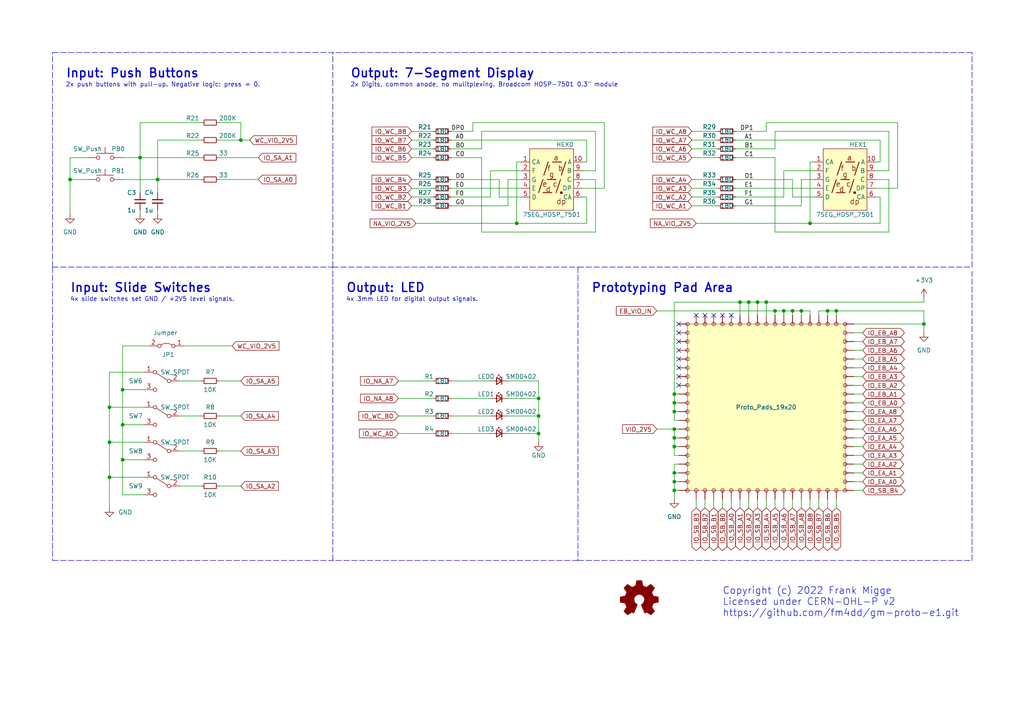
<source format=kicad_sch>
(kicad_sch (version 20211123) (generator eeschema)
  (paper "A4")
  (title_block (title "GateMate E1 Proto Board - Input Output Signals") (date "2022-09-04"))
  (lib_symbols
    (symbol "Device:C_Small" (pin_numbers hide) (pin_names (offset 0.254) hide)
      (property "Reference" "C" (at 0.254 1.778 0))
      (property "Value" "C_Small" (at 0.254 -2.032 0))
      (symbol "C_Small_1_1"
        (pin passive line (at 0 2.54 270) (length 2.032) (name "~") (number "1"))
        (pin passive line (at 0 -2.54 90) (length 2.032) (name "~") (number "2"))
      )
    )
    (symbol "Device:LED_Small" (pin_numbers hide) (pin_names (offset 0.254) hide)
      (property "Reference" "D" (at -1.27 3.175 0))
      (property "Value" "LED_Small" (at -4.445 -2.54 0))
      (symbol "LED_Small_1_1"
        (pin passive line (at -2.54 0 0) (length 1.778) (name "K") (number "1"))
        (pin passive line (at 2.54 0 180) (length 1.778) (name "A") (number "2"))
      )
    )
    (symbol "Device:R_Small" (pin_numbers hide) (pin_names (offset 0.254) hide)
      (property "Reference" "R" (at 0.762 0.508 0))
      (property "Value" "R_Small" (at 0.762 -1.016 0))
      (symbol "R_Small_1_1"
        (pin passive line (at 0 2.54 270) (length 0.762) (name "~") (number "1"))
        (pin passive line (at 0 -2.54 90) (length 0.762) (name "~") (number "2"))
      )
    )
    (symbol "FM4DD:7SEG_HDSP_7501"
      (property "Reference" "HEX" (at 3.81 10.16 0))
      (property "Value" "7SEG_HDSP_7501" (at 0 -15.24 0))
      (symbol "7SEG_HDSP_7501_0_0"
        (text "a" (at 1.27 6.35 0) (effects (font (size 1.524 1.524))))
        (text "b" (at 2.54 3.3 0) (effects (font (size 1.524 1.524))))
        (text "c" (at 1 -1.27 0) (effects (font (size 1.524 1.524))))
        (text "d" (at -1 -2.794 0) (effects (font (size 1.524 1.524))))
        (text "dp" (at 2.794 -6.35 0) (effects (font (size 1.524 1.524))))
        (text "e" (at -2 -1.27 0) (effects (font (size 1.524 1.524))))
        (text "f" (at -0.8 3.3 0) (effects (font (size 1.524 1.524))))
        (text "g" (at 0 1.524 0) (effects (font (size 1.524 1.524))))
      )
      (symbol "7SEG_HDSP_7501_1_1"
        (pin input line (at -8.89 5.08 0) (length 2.54) (name "CA") (number "1"))
        (pin input line (at 8.89 5.08 180) (length 2.54) (name "A") (number "10"))
        (pin input line (at -8.89 2.54 0) (length 2.54) (name "F") (number "2"))
        (pin input line (at -8.89 0 0) (length 2.54) (name "G") (number "3"))
        (pin input line (at -8.89 -2.54 0) (length 2.54) (name "E") (number "4"))
        (pin input line (at -8.89 -5.08 0) (length 2.54) (name "D") (number "5"))
        (pin input line (at 8.89 -5.08 180) (length 2.54) (name "CA") (number "6"))
        (pin input line (at 8.89 -2.54 180) (length 2.54) (name "DP") (number "7"))
        (pin input line (at 8.89 0 180) (length 2.54) (name "C") (number "8"))
        (pin input line (at 8.89 2.54 180) (length 2.54) (name "B") (number "9"))
      )
    )
    (symbol "FM4DD:Proto_Pads_19x20" (pin_numbers hide) (pin_names (offset 0) hide)
      (property "Value" "Proto_Pads_19x20" (at -1.778 -9.144 0))
      (symbol "Proto_Pads_19x20_1_1"
        (pin free line (at 25.4 -24.13 180) (length 2.54) (name "p1") (number "1"))
        (pin free line (at 25.4 -1.27 180) (length 2.54) (name "p10") (number "10"))
        (pin free line (at 25.4 1.27 180) (length 2.54) (name "p11") (number "11"))
        (pin free line (at 25.4 3.81 180) (length 2.54) (name "p12") (number "12"))
        (pin free line (at 25.4 6.35 180) (length 2.54) (name "p13") (number "13"))
        (pin free line (at 25.4 8.89 180) (length 2.54) (name "p14") (number "14"))
        (pin free line (at 25.4 11.43 180) (length 2.54) (name "p15") (number "15"))
        (pin free line (at 25.4 13.97 180) (length 2.54) (name "p16") (number "16"))
        (pin free line (at 25.4 16.51 180) (length 2.54) (name "p17") (number "17"))
        (pin free line (at 25.4 19.05 180) (length 2.54) (name "p18") (number "18"))
        (pin free line (at 25.4 21.59 180) (length 2.54) (name "p19") (number "19"))
        (pin free line (at 25.4 -21.59 180) (length 2.54) (name "p2") (number "2"))
        (pin free line (at 25.4 24.13 180) (length 2.54) (name "p20") (number "20"))
        (pin free line (at 20.32 26.67 270) (length 2.54) (name "p21") (number "21"))
        (pin free line (at 17.78 26.67 270) (length 2.54) (name "p22") (number "22"))
        (pin free line (at 15.24 26.67 270) (length 2.54) (name "p23") (number "23"))
        (pin free line (at 12.7 26.67 270) (length 2.54) (name "p24") (number "24"))
        (pin free line (at 10.16 26.67 270) (length 2.54) (name "p25") (number "25"))
        (pin free line (at 7.62 26.67 270) (length 2.54) (name "p26") (number "26"))
        (pin free line (at 5.08 26.67 270) (length 2.54) (name "p27") (number "27"))
        (pin free line (at 2.54 26.67 270) (length 2.54) (name "p28") (number "28"))
        (pin free line (at 0 26.67 270) (length 2.54) (name "p29") (number "29"))
        (pin free line (at 25.4 -19.05 180) (length 2.54) (name "p3") (number "3"))
        (pin free line (at -2.54 26.67 270) (length 2.54) (name "p30") (number "30"))
        (pin free line (at -5.08 26.67 270) (length 2.54) (name "p31") (number "31"))
        (pin free line (at -7.62 26.67 270) (length 2.54) (name "p32") (number "32"))
        (pin free line (at -10.16 26.67 270) (length 2.54) (name "p33") (number "33"))
        (pin free line (at -12.7 26.67 270) (length 2.54) (name "p34") (number "34"))
        (pin free line (at -15.24 26.67 270) (length 2.54) (name "p35") (number "35"))
        (pin free line (at -17.78 26.67 270) (length 2.54) (name "p36") (number "36"))
        (pin free line (at -20.32 26.67 270) (length 2.54) (name "p37") (number "37"))
        (pin free line (at -25.4 24.13 0) (length 2.54) (name "p38") (number "38"))
        (pin free line (at -25.4 21.59 0) (length 2.54) (name "p39") (number "39"))
        (pin free line (at 25.4 -16.51 180) (length 2.54) (name "p4") (number "4"))
        (pin free line (at -25.4 19.05 0) (length 2.54) (name "p40") (number "40"))
        (pin free line (at -25.4 16.51 0) (length 2.54) (name "p41") (number "41"))
        (pin free line (at -25.4 13.97 0) (length 2.54) (name "p42") (number "42"))
        (pin free line (at -25.4 11.43 0) (length 2.54) (name "p43") (number "43"))
        (pin free line (at -25.4 8.89 0) (length 2.54) (name "p44") (number "44"))
        (pin free line (at -25.4 6.35 0) (length 2.54) (name "p45") (number "45"))
        (pin free line (at -25.4 3.81 0) (length 2.54) (name "p46") (number "46"))
        (pin free line (at -25.4 1.27 0) (length 2.54) (name "p47") (number "47"))
        (pin free line (at -25.4 -1.27 0) (length 2.54) (name "p48") (number "48"))
        (pin free line (at -25.4 -3.81 0) (length 2.54) (name "p49") (number "49"))
        (pin free line (at 25.4 -13.97 180) (length 2.54) (name "p5") (number "5"))
        (pin free line (at -25.4 -6.35 0) (length 2.54) (name "p50") (number "50"))
        (pin free line (at -25.4 -8.89 0) (length 2.54) (name "p51") (number "51"))
        (pin free line (at -25.4 -11.43 0) (length 2.54) (name "p52") (number "52"))
        (pin free line (at -25.4 -13.97 0) (length 2.54) (name "p53") (number "53"))
        (pin free line (at -25.4 -16.51 0) (length 2.54) (name "p54") (number "54"))
        (pin free line (at -25.4 -19.05 0) (length 2.54) (name "p55") (number "55"))
        (pin free line (at -25.4 -21.59 0) (length 2.54) (name "p56") (number "56"))
        (pin free line (at -25.4 -24.13 0) (length 2.54) (name "p57") (number "57"))
        (pin free line (at -20.32 -26.67 90) (length 2.54) (name "p58") (number "58"))
        (pin free line (at -17.78 -26.67 90) (length 2.54) (name "p59") (number "59"))
        (pin free line (at 25.4 -11.43 180) (length 2.54) (name "p6") (number "6"))
        (pin free line (at -15.24 -26.67 90) (length 2.54) (name "p60") (number "60"))
        (pin free line (at -12.7 -26.67 90) (length 2.54) (name "p61") (number "61"))
        (pin free line (at -10.16 -26.67 90) (length 2.54) (name "p62") (number "62"))
        (pin free line (at -7.62 -26.67 90) (length 2.54) (name "p63") (number "63"))
        (pin free line (at -5.08 -26.67 90) (length 2.54) (name "p64") (number "64"))
        (pin free line (at -2.54 -26.67 90) (length 2.54) (name "p65") (number "65"))
        (pin free line (at 0 -26.67 90) (length 2.54) (name "p66") (number "66"))
        (pin free line (at 2.54 -26.67 90) (length 2.54) (name "p67") (number "67"))
        (pin free line (at 5.08 -26.67 90) (length 2.54) (name "p68") (number "68"))
        (pin free line (at 7.62 -26.67 90) (length 2.54) (name "p69") (number "69"))
        (pin free line (at 25.4 -8.89 180) (length 2.54) (name "p7") (number "7"))
        (pin free line (at 10.16 -26.67 90) (length 2.54) (name "p70") (number "70"))
        (pin free line (at 12.7 -26.67 90) (length 2.54) (name "p71") (number "71"))
        (pin free line (at 15.24 -26.67 90) (length 2.54) (name "p72") (number "72"))
        (pin free line (at 17.78 -26.67 90) (length 2.54) (name "p73") (number "73"))
        (pin free line (at 20.32 -26.67 90) (length 2.54) (name "p74") (number "74"))
        (pin free line (at 25.4 -6.35 180) (length 2.54) (name "p8") (number "8"))
        (pin free line (at 25.4 -3.81 180) (length 2.54) (name "p9") (number "9"))
      )
    )
    (symbol "Graphic:Logo_Open_Hardware_Small" (pin_names (offset 1.016)))
    (symbol "Jumper:Jumper_2_Bridged" (pin_names (offset 0) hide)
      (property "Reference" "JP" (at 0 1.905 0))
      (property "Value" "Jumper_2_Bridged" (at 0 -2.54 0))
      (symbol "Jumper_2_Bridged_1_1"
        (pin passive line (at -5.08 0 0) (length 2.54) (name "A") (number "1"))
        (pin passive line (at 5.08 0 180) (length 2.54) (name "B") (number "2"))
      )
    )
    (symbol "Switch:SW_Push" (pin_numbers hide) (pin_names (offset 1.016) hide)
      (property "Reference" "SW" (at 1.27 2.54 0))
      (property "Value" "SW_Push" (at 0 -1.524 0))
      (symbol "SW_Push_0_1"
        (pin passive line (at -5.08 0 0) (length 2.54) (name "1") (number "1"))
        (pin passive line (at 5.08 0 180) (length 2.54) (name "2") (number "2"))
      )
    )
    (symbol "Switch:SW_SPDT" (pin_names (offset 0) hide)
      (property "Reference" "SW" (at 0 4.318 0))
      (property "Value" "SW_SPDT" (at 0 -5.08 0))
      (symbol "SW_SPDT_1_1"
        (pin passive line (at 5.08 2.54 180) (length 2.54) (name "A") (number "1"))
        (pin passive line (at -5.08 0 0) (length 2.54) (name "B") (number "2"))
        (pin passive line (at 5.08 -2.54 180) (length 2.54) (name "C") (number "3"))
      )
    )
    (symbol "power:+3V3" (power) (pin_names (offset 0))
      (property "Value" "+3V3" (at 0 3.556 0))
      (symbol "+3V3_1_1"
        (pin power_in line (at 0 0 90) (length 0) hide (name "+3V3") (number "1"))
      )
    )
    (symbol "power:GND" (power) (pin_names (offset 0))
      (property "Value" "GND" (at 0 -3.81 0))
      (symbol "GND_1_1"
        (pin power_in line (at 0 0 270) (length 0) hide (name "GND") (number "1"))
      )
    )
  )
  (junction (at 31.75 128.27))
  (junction (at 267.97 93.98))
  (junction (at 214.63 87.63))
  (junction (at 195.58 116.84))
  (junction (at 227.33 90.17))
  (junction (at 149.86 64.77))
  (junction (at 195.58 124.46))
  (junction (at 31.75 118.11))
  (junction (at 232.41 90.17))
  (junction (at 229.87 90.17))
  (junction (at 224.79 90.17))
  (junction (at 195.58 139.7))
  (junction (at 156.21 125.73))
  (junction (at 242.57 90.17))
  (junction (at 31.75 138.43))
  (junction (at 195.58 119.38))
  (junction (at 45.72 52.07))
  (junction (at 35.56 113.03))
  (junction (at 195.58 127))
  (junction (at 195.58 137.16))
  (junction (at 20.32 52.07))
  (junction (at 35.56 123.19))
  (junction (at 234.95 64.77))
  (junction (at 69.85 40.64))
  (junction (at 240.03 90.17))
  (junction (at 40.64 45.72))
  (junction (at 156.21 115.57))
  (junction (at 217.17 87.63))
  (junction (at 195.58 142.24))
  (junction (at 156.21 120.65))
  (junction (at 222.25 87.63))
  (junction (at 35.56 133.35))
  (junction (at 195.58 129.54))
  (junction (at 219.71 87.63))
  (junction (at 195.58 114.3))
  (no_connect (at 196.85 104.14))
  (no_connect (at 196.85 111.76))
  (no_connect (at 196.85 109.22))
  (no_connect (at 196.85 106.68))
  (no_connect (at 196.85 101.6))
  (no_connect (at 196.85 99.06))
  (no_connect (at 196.85 96.52))
  (no_connect (at 196.85 93.98))
  (no_connect (at 201.93 91.44))
  (no_connect (at 204.47 91.44))
  (no_connect (at 207.01 91.44))
  (no_connect (at 209.55 91.44))
  (no_connect (at 212.09 91.44))
  (wire (pts (xy 247.65 116.84) (xy 250.19 116.84)))
  (wire (pts (xy 137.16 35.56) (xy 175.26 35.56)))
  (wire (pts (xy 31.75 107.95) (xy 41.91 107.95)))
  (wire (pts (xy 234.95 144.78) (xy 234.95 147.32)))
  (wire (pts (xy 217.17 144.78) (xy 217.17 147.32)))
  (wire (pts (xy 170.18 57.15) (xy 170.18 64.77)))
  (wire (pts (xy 227.33 57.15) (xy 227.33 49.53)))
  (wire (pts (xy 196.85 132.08) (xy 195.58 132.08)))
  (wire (pts (xy 219.71 87.63) (xy 222.25 87.63)))
  (wire (pts (xy 257.81 52.07) (xy 254 52.07)))
  (wire (pts (xy 35.56 45.72) (xy 40.64 45.72)))
  (wire (pts (xy 45.72 40.64) (xy 58.42 40.64)))
  (wire (pts (xy 170.18 64.77) (xy 149.86 64.77)))
  (wire (pts (xy 201.93 64.77) (xy 234.95 64.77)))
  (polyline (pts (xy 167.64 162.56) (xy 281.94 162.56)))
  (wire (pts (xy 63.5 35.56) (xy 69.85 35.56)))
  (wire (pts (xy 240.03 90.17) (xy 240.03 91.44)))
  (wire (pts (xy 247.65 119.38) (xy 250.19 119.38)))
  (wire (pts (xy 213.36 54.61) (xy 236.22 54.61)))
  (wire (pts (xy 147.32 52.07) (xy 147.32 59.69)))
  (wire (pts (xy 119.38 52.07) (xy 125.73 52.07)))
  (wire (pts (xy 119.38 45.72) (xy 125.73 45.72)))
  (wire (pts (xy 247.65 106.68) (xy 250.19 106.68)))
  (wire (pts (xy 247.65 114.3) (xy 250.19 114.3)))
  (wire (pts (xy 232.41 144.78) (xy 232.41 147.32)))
  (wire (pts (xy 115.57 120.65) (xy 125.73 120.65)))
  (wire (pts (xy 147.32 125.73) (xy 156.21 125.73)))
  (wire (pts (xy 195.58 142.24) (xy 196.85 142.24)))
  (wire (pts (xy 240.03 144.78) (xy 240.03 147.32)))
  (wire (pts (xy 229.87 57.15) (xy 236.22 57.15)))
  (polyline (pts (xy 96.52 77.47) (xy 167.64 77.47)))
  (wire (pts (xy 224.79 90.17) (xy 224.79 91.44)))
  (wire (pts (xy 130.81 45.72) (xy 139.7 45.72)))
  (wire (pts (xy 224.79 144.78) (xy 224.79 147.32)))
  (wire (pts (xy 229.87 90.17) (xy 232.41 90.17)))
  (wire (pts (xy 190.5 124.46) (xy 195.58 124.46)))
  (wire (pts (xy 35.56 143.51) (xy 41.91 143.51)))
  (wire (pts (xy 213.36 45.72) (xy 224.79 45.72)))
  (wire (pts (xy 130.81 115.57) (xy 142.24 115.57)))
  (wire (pts (xy 195.58 114.3) (xy 195.58 87.63)))
  (wire (pts (xy 119.38 38.1) (xy 125.73 38.1)))
  (wire (pts (xy 196.85 134.62) (xy 195.58 134.62)))
  (wire (pts (xy 195.58 124.46) (xy 196.85 124.46)))
  (wire (pts (xy 31.75 118.11) (xy 41.91 118.11)))
  (wire (pts (xy 172.72 38.1) (xy 139.7 38.1)))
  (polyline (pts (xy 15.24 77.47) (xy 15.24 15.24)))
  (wire (pts (xy 139.7 38.1) (xy 139.7 43.18)))
  (wire (pts (xy 130.81 120.65) (xy 142.24 120.65)))
  (wire (pts (xy 195.58 139.7) (xy 195.58 142.24)))
  (wire (pts (xy 232.41 59.69) (xy 213.36 59.69)))
  (wire (pts (xy 255.27 46.99) (xy 255.27 40.64)))
  (wire (pts (xy 227.33 90.17) (xy 227.33 91.44)))
  (wire (pts (xy 31.75 138.43) (xy 31.75 147.32)))
  (wire (pts (xy 119.38 43.18) (xy 125.73 43.18)))
  (wire (pts (xy 240.03 90.17) (xy 242.57 90.17)))
  (wire (pts (xy 156.21 110.49) (xy 156.21 115.57)))
  (wire (pts (xy 267.97 96.52) (xy 267.97 93.98)))
  (wire (pts (xy 63.5 110.49) (xy 69.85 110.49)))
  (wire (pts (xy 254 57.15) (xy 255.27 57.15)))
  (wire (pts (xy 229.87 144.78) (xy 229.87 147.32)))
  (wire (pts (xy 237.49 90.17) (xy 237.49 91.44)))
  (wire (pts (xy 115.57 110.49) (xy 125.73 110.49)))
  (wire (pts (xy 35.56 113.03) (xy 35.56 123.19)))
  (wire (pts (xy 204.47 144.78) (xy 204.47 147.32)))
  (wire (pts (xy 267.97 90.17) (xy 267.97 93.98)))
  (wire (pts (xy 195.58 137.16) (xy 195.58 139.7)))
  (wire (pts (xy 227.33 90.17) (xy 229.87 90.17)))
  (wire (pts (xy 35.56 123.19) (xy 41.91 123.19)))
  (wire (pts (xy 45.72 40.64) (xy 45.72 52.07)))
  (wire (pts (xy 58.42 130.81) (xy 52.07 130.81)))
  (polyline (pts (xy 167.64 77.47) (xy 281.94 77.47)))
  (polyline (pts (xy 15.24 77.47) (xy 96.52 77.47)))
  (wire (pts (xy 142.24 49.53) (xy 151.13 49.53)))
  (wire (pts (xy 20.32 45.72) (xy 20.32 52.07)))
  (wire (pts (xy 31.75 128.27) (xy 41.91 128.27)))
  (wire (pts (xy 207.01 144.78) (xy 207.01 147.32)))
  (wire (pts (xy 168.91 46.99) (xy 170.18 46.99)))
  (wire (pts (xy 168.91 49.53) (xy 172.72 49.53)))
  (wire (pts (xy 119.38 40.64) (xy 125.73 40.64)))
  (wire (pts (xy 63.5 45.72) (xy 74.93 45.72)))
  (wire (pts (xy 172.72 67.31) (xy 172.72 52.07)))
  (wire (pts (xy 222.25 144.78) (xy 222.25 147.32)))
  (wire (pts (xy 147.32 110.49) (xy 156.21 110.49)))
  (wire (pts (xy 195.58 129.54) (xy 195.58 127)))
  (wire (pts (xy 147.32 120.65) (xy 156.21 120.65)))
  (wire (pts (xy 267.97 87.63) (xy 222.25 87.63)))
  (wire (pts (xy 139.7 43.18) (xy 130.81 43.18)))
  (wire (pts (xy 257.81 67.31) (xy 257.81 52.07)))
  (wire (pts (xy 58.42 110.49) (xy 52.07 110.49)))
  (wire (pts (xy 119.38 59.69) (xy 125.73 59.69)))
  (wire (pts (xy 200.66 59.69) (xy 208.28 59.69)))
  (polyline (pts (xy 15.24 162.56) (xy 96.52 162.56)))
  (wire (pts (xy 137.16 38.1) (xy 137.16 35.56)))
  (wire (pts (xy 213.36 38.1) (xy 222.25 38.1)))
  (wire (pts (xy 144.78 57.15) (xy 151.13 57.15)))
  (wire (pts (xy 257.81 38.1) (xy 224.79 38.1)))
  (wire (pts (xy 25.4 45.72) (xy 20.32 45.72)))
  (wire (pts (xy 31.75 128.27) (xy 31.75 138.43)))
  (wire (pts (xy 139.7 45.72) (xy 139.7 67.31)))
  (wire (pts (xy 212.09 144.78) (xy 212.09 147.32)))
  (wire (pts (xy 149.86 64.77) (xy 149.86 46.99)))
  (wire (pts (xy 227.33 144.78) (xy 227.33 147.32)))
  (wire (pts (xy 35.56 52.07) (xy 45.72 52.07)))
  (wire (pts (xy 69.85 40.64) (xy 72.39 40.64)))
  (wire (pts (xy 200.66 57.15) (xy 208.28 57.15)))
  (wire (pts (xy 247.65 124.46) (xy 250.19 124.46)))
  (wire (pts (xy 35.56 123.19) (xy 35.56 133.35)))
  (wire (pts (xy 130.81 125.73) (xy 142.24 125.73)))
  (wire (pts (xy 156.21 125.73) (xy 156.21 128.27)))
  (wire (pts (xy 214.63 144.78) (xy 214.63 147.32)))
  (wire (pts (xy 237.49 144.78) (xy 237.49 147.32)))
  (polyline (pts (xy 281.94 77.47) (xy 281.94 15.24)))
  (wire (pts (xy 213.36 57.15) (xy 227.33 57.15)))
  (wire (pts (xy 242.57 90.17) (xy 242.57 91.44)))
  (wire (pts (xy 156.21 115.57) (xy 156.21 120.65)))
  (wire (pts (xy 222.25 35.56) (xy 260.35 35.56)))
  (wire (pts (xy 35.56 133.35) (xy 35.56 143.51)))
  (wire (pts (xy 224.79 45.72) (xy 224.79 67.31)))
  (polyline (pts (xy 167.64 162.56) (xy 167.64 162.56)))
  (wire (pts (xy 156.21 120.65) (xy 156.21 125.73)))
  (wire (pts (xy 247.65 127) (xy 250.19 127)))
  (wire (pts (xy 232.41 52.07) (xy 232.41 59.69)))
  (wire (pts (xy 195.58 134.62) (xy 195.58 137.16)))
  (wire (pts (xy 247.65 132.08) (xy 250.19 132.08)))
  (wire (pts (xy 175.26 54.61) (xy 168.91 54.61)))
  (polyline (pts (xy 167.64 162.56) (xy 96.52 162.56)))
  (wire (pts (xy 236.22 52.07) (xy 232.41 52.07)))
  (wire (pts (xy 247.65 109.22) (xy 250.19 109.22)))
  (wire (pts (xy 247.65 121.92) (xy 250.19 121.92)))
  (wire (pts (xy 214.63 91.44) (xy 214.63 87.63)))
  (wire (pts (xy 40.64 35.56) (xy 40.64 45.72)))
  (wire (pts (xy 234.95 64.77) (xy 234.95 46.99)))
  (wire (pts (xy 115.57 125.73) (xy 125.73 125.73)))
  (wire (pts (xy 35.56 100.33) (xy 43.18 100.33)))
  (wire (pts (xy 120.65 64.77) (xy 149.86 64.77)))
  (wire (pts (xy 31.75 107.95) (xy 31.75 118.11)))
  (wire (pts (xy 35.56 113.03) (xy 41.91 113.03)))
  (wire (pts (xy 175.26 35.56) (xy 175.26 54.61)))
  (wire (pts (xy 45.72 52.07) (xy 45.72 55.88)))
  (wire (pts (xy 217.17 91.44) (xy 217.17 87.63)))
  (wire (pts (xy 172.72 52.07) (xy 168.91 52.07)))
  (wire (pts (xy 195.58 87.63) (xy 214.63 87.63)))
  (wire (pts (xy 40.64 60.96) (xy 40.64 62.23)))
  (wire (pts (xy 130.81 52.07) (xy 144.78 52.07)))
  (wire (pts (xy 63.5 120.65) (xy 69.85 120.65)))
  (polyline (pts (xy 96.52 77.47) (xy 96.52 15.24)))
  (wire (pts (xy 195.58 127) (xy 195.58 124.46)))
  (wire (pts (xy 236.22 46.99) (xy 234.95 46.99)))
  (wire (pts (xy 219.71 91.44) (xy 219.71 87.63)))
  (wire (pts (xy 247.65 96.52) (xy 250.19 96.52)))
  (wire (pts (xy 195.58 114.3) (xy 196.85 114.3)))
  (wire (pts (xy 200.66 38.1) (xy 208.28 38.1)))
  (wire (pts (xy 195.58 116.84) (xy 195.58 119.38)))
  (wire (pts (xy 254 49.53) (xy 257.81 49.53)))
  (wire (pts (xy 242.57 144.78) (xy 242.57 147.32)))
  (wire (pts (xy 151.13 46.99) (xy 149.86 46.99)))
  (wire (pts (xy 242.57 90.17) (xy 267.97 90.17)))
  (wire (pts (xy 139.7 67.31) (xy 172.72 67.31)))
  (wire (pts (xy 247.65 142.24) (xy 250.19 142.24)))
  (wire (pts (xy 195.58 121.92) (xy 196.85 121.92)))
  (wire (pts (xy 247.65 101.6) (xy 250.19 101.6)))
  (wire (pts (xy 45.72 52.07) (xy 58.42 52.07)))
  (wire (pts (xy 115.57 115.57) (xy 125.73 115.57)))
  (wire (pts (xy 247.65 134.62) (xy 250.19 134.62)))
  (wire (pts (xy 201.93 144.78) (xy 201.93 147.32)))
  (wire (pts (xy 63.5 40.64) (xy 69.85 40.64)))
  (wire (pts (xy 237.49 90.17) (xy 240.03 90.17)))
  (wire (pts (xy 31.75 138.43) (xy 41.91 138.43)))
  (wire (pts (xy 170.18 46.99) (xy 170.18 40.64)))
  (wire (pts (xy 119.38 54.61) (xy 125.73 54.61)))
  (wire (pts (xy 224.79 43.18) (xy 213.36 43.18)))
  (wire (pts (xy 195.58 137.16) (xy 196.85 137.16)))
  (wire (pts (xy 195.58 116.84) (xy 196.85 116.84)))
  (wire (pts (xy 130.81 40.64) (xy 170.18 40.64)))
  (wire (pts (xy 147.32 59.69) (xy 130.81 59.69)))
  (wire (pts (xy 40.64 45.72) (xy 58.42 45.72)))
  (wire (pts (xy 217.17 87.63) (xy 219.71 87.63)))
  (wire (pts (xy 267.97 86.36) (xy 267.97 87.63)))
  (wire (pts (xy 190.5 90.17) (xy 224.79 90.17)))
  (wire (pts (xy 63.5 52.07) (xy 74.93 52.07)))
  (wire (pts (xy 232.41 90.17) (xy 234.95 90.17)))
  (wire (pts (xy 219.71 144.78) (xy 219.71 147.32)))
  (wire (pts (xy 229.87 52.07) (xy 229.87 57.15)))
  (wire (pts (xy 195.58 119.38) (xy 196.85 119.38)))
  (wire (pts (xy 35.56 133.35) (xy 41.91 133.35)))
  (polyline (pts (xy 281.94 162.56) (xy 281.94 78.74)))
  (wire (pts (xy 209.55 144.78) (xy 209.55 147.32)))
  (wire (pts (xy 234.95 91.44) (xy 234.95 90.17)))
  (wire (pts (xy 195.58 142.24) (xy 195.58 144.78)))
  (wire (pts (xy 130.81 110.49) (xy 142.24 110.49)))
  (wire (pts (xy 247.65 137.16) (xy 250.19 137.16)))
  (wire (pts (xy 232.41 90.17) (xy 232.41 91.44)))
  (wire (pts (xy 200.66 54.61) (xy 208.28 54.61)))
  (wire (pts (xy 222.25 38.1) (xy 222.25 35.56)))
  (wire (pts (xy 168.91 57.15) (xy 170.18 57.15)))
  (wire (pts (xy 195.58 119.38) (xy 195.58 121.92)))
  (wire (pts (xy 130.81 54.61) (xy 151.13 54.61)))
  (wire (pts (xy 255.27 57.15) (xy 255.27 64.77)))
  (wire (pts (xy 130.81 57.15) (xy 142.24 57.15)))
  (wire (pts (xy 255.27 64.77) (xy 234.95 64.77)))
  (wire (pts (xy 40.64 45.72) (xy 40.64 55.88)))
  (wire (pts (xy 224.79 67.31) (xy 257.81 67.31)))
  (wire (pts (xy 247.65 129.54) (xy 250.19 129.54)))
  (wire (pts (xy 195.58 116.84) (xy 195.58 114.3)))
  (wire (pts (xy 227.33 49.53) (xy 236.22 49.53)))
  (polyline (pts (xy 281.94 15.24) (xy 96.52 15.24)))
  (wire (pts (xy 151.13 52.07) (xy 147.32 52.07)))
  (wire (pts (xy 229.87 90.17) (xy 229.87 91.44)))
  (wire (pts (xy 260.35 54.61) (xy 254 54.61)))
  (wire (pts (xy 200.66 43.18) (xy 208.28 43.18)))
  (wire (pts (xy 119.38 57.15) (xy 125.73 57.15)))
  (wire (pts (xy 31.75 118.11) (xy 31.75 128.27)))
  (wire (pts (xy 195.58 132.08) (xy 195.58 129.54)))
  (wire (pts (xy 200.66 45.72) (xy 208.28 45.72)))
  (wire (pts (xy 214.63 87.63) (xy 217.17 87.63)))
  (polyline (pts (xy 15.24 77.47) (xy 15.24 162.56)))
  (wire (pts (xy 58.42 140.97) (xy 52.07 140.97)))
  (wire (pts (xy 247.65 99.06) (xy 250.19 99.06)))
  (wire (pts (xy 144.78 52.07) (xy 144.78 57.15)))
  (wire (pts (xy 53.34 100.33) (xy 67.31 100.33)))
  (wire (pts (xy 224.79 90.17) (xy 227.33 90.17)))
  (polyline (pts (xy 96.52 162.56) (xy 96.52 77.47)))
  (wire (pts (xy 200.66 40.64) (xy 208.28 40.64)))
  (wire (pts (xy 247.65 111.76) (xy 250.19 111.76)))
  (wire (pts (xy 58.42 120.65) (xy 52.07 120.65)))
  (wire (pts (xy 130.81 38.1) (xy 137.16 38.1)))
  (wire (pts (xy 20.32 52.07) (xy 25.4 52.07)))
  (wire (pts (xy 222.25 87.63) (xy 222.25 91.44)))
  (wire (pts (xy 35.56 100.33) (xy 35.56 113.03)))
  (wire (pts (xy 147.32 115.57) (xy 156.21 115.57)))
  (wire (pts (xy 195.58 127) (xy 196.85 127)))
  (wire (pts (xy 213.36 40.64) (xy 255.27 40.64)))
  (wire (pts (xy 247.65 104.14) (xy 250.19 104.14)))
  (wire (pts (xy 172.72 49.53) (xy 172.72 38.1)))
  (wire (pts (xy 40.64 35.56) (xy 58.42 35.56)))
  (wire (pts (xy 195.58 139.7) (xy 196.85 139.7)))
  (wire (pts (xy 247.65 139.7) (xy 250.19 139.7)))
  (wire (pts (xy 63.5 140.97) (xy 69.85 140.97)))
  (wire (pts (xy 45.72 60.96) (xy 45.72 62.23)))
  (polyline (pts (xy 15.24 15.24) (xy 96.52 15.24)))
  (wire (pts (xy 20.32 52.07) (xy 20.32 62.23)))
  (wire (pts (xy 200.66 52.07) (xy 208.28 52.07)))
  (wire (pts (xy 213.36 52.07) (xy 229.87 52.07)))
  (wire (pts (xy 63.5 130.81) (xy 69.85 130.81)))
  (wire (pts (xy 257.81 49.53) (xy 257.81 38.1)))
  (polyline (pts (xy 167.64 77.47) (xy 167.64 162.56)))
  (wire (pts (xy 247.65 93.98) (xy 267.97 93.98)))
  (wire (pts (xy 142.24 57.15) (xy 142.24 49.53)))
  (wire (pts (xy 195.58 129.54) (xy 196.85 129.54)))
  (wire (pts (xy 260.35 35.56) (xy 260.35 54.61)))
  (wire (pts (xy 69.85 40.64) (xy 69.85 35.56)))
  (wire (pts (xy 254 46.99) (xy 255.27 46.99)))
  (wire (pts (xy 224.79 38.1) (xy 224.79 43.18)))
  (text "Prototyping Pad Area" (at 171.45 85.09 0) (effects (font (size 2.54 2.54) (thickness 0.4) bold) (justify left bottom)))
  (text "Copyright (c) 2022 Frank Migge\nLicensed under CERN-OHL-P v2\nhttps://github.com/fm4dd/gm-proto-e1.git" (at 209.55 179.07 0) (effects (font (size 2 2)) (justify left bottom)))
  (text "2x push buttons with pull-up. Negative logic: press = 0." (at 19.05 25.4 0) (effects (font (size 1.27 1.27)) (justify left bottom)))
  (text "Input: Push Buttons" (at 19.05 22.86 0) (effects (font (size 2.54 2.54) (thickness 0.4) bold) (justify left bottom)))
  (text "4x slide switches set GND / +2V5 level signals." (at 20.32 87.63 0) (effects (font (size 1.27 1.27)) (justify left bottom)))
  (text "Input: Slide Switches" (at 20.32 85.09 0) (effects (font (size 2.54 2.54) (thickness 0.4) bold) (justify left bottom)))
  (text "4x 3mm LED for digital output signals." (at 100.33 87.63 0) (effects (font (size 1.27 1.27)) (justify left bottom)))
  (text "Output: 7-Segment Display" (at 101.6 22.86 0) (effects (font (size 2.54 2.54) (thickness 0.4) bold) (justify left bottom)))
  (text "Output: LED" (at 100.33 85.09 0) (effects (font (size 2.54 2.54) (thickness 0.4) bold) (justify left bottom)))
  (text "2x Digits, common anode, no mulitplexing. Broadcom HDSP-7501 0.3\" module" (at 101.6 25.4 0) (effects (font (size 1.27 1.27)) (justify left bottom)))
  (label "C0" (at 132.08 45.72 0))
  (label "C1" (at 215.9 45.72 0))
  (label "A0" (at 132.08 40.64 0))
  (label "F0" (at 132.08 57.15 0))
  (label "D0" (at 132.08 52.07 0))
  (label "B0" (at 132.08 43.18 0))
  (label "G1" (at 215.9 59.69 0))
  (label "A1" (at 215.9 40.64 0))
  (label "G0" (at 132.08 59.69 0))
  (label "E0" (at 132.08 54.61 0))
  (label "F1" (at 215.9 57.15 0))
  (label "B1" (at 215.9 43.18 0))
  (label "D1" (at 215.9 52.07 0))
  (label "E1" (at 215.9 54.61 0))
  (label "DP1" (at 214.63 38.1 0))
  (label "DP0" (at 130.81 38.1 0))
  (global_label "IO_EB_A7" (shape bidirectional) (at 250.19 99.06 0) (property "Intersheet References" "${INTERSHEET_REFS}" (effects hide)))
  (global_label "IO_SB_B4" (shape bidirectional) (at 250.19 142.24 0) (property "Intersheet References" "${INTERSHEET_REFS}" (effects hide)))
  (global_label "IO_WC_A3" (shape input) (at 200.66 54.61 180) (property "Intersheet References" "${INTERSHEET_REFS}" (effects hide)))
  (global_label "IO_EA_A7" (shape bidirectional) (at 250.19 121.92 0) (property "Intersheet References" "${INTERSHEET_REFS}" (effects hide)))
  (global_label "IO_EB_A0" (shape bidirectional) (at 250.19 116.84 0) (property "Intersheet References" "${INTERSHEET_REFS}" (effects hide)))
  (global_label "IO_EB_A6" (shape bidirectional) (at 250.19 101.6 0) (property "Intersheet References" "${INTERSHEET_REFS}" (effects hide)))
  (global_label "IO_WC_A6" (shape input) (at 200.66 43.18 180) (property "Intersheet References" "${INTERSHEET_REFS}" (effects hide)))
  (global_label "IO_SA_A5" (shape input) (at 69.85 110.49 0) (property "Intersheet References" "${INTERSHEET_REFS}" (effects hide)))
  (global_label "IO_SB_A2" (shape bidirectional) (at 217.17 147.32 270) (property "Intersheet References" "${INTERSHEET_REFS}" (effects hide)))
  (global_label "IO_WC_B0" (shape input) (at 115.57 120.65 180) (property "Intersheet References" "${INTERSHEET_REFS}" (effects hide)))
  (global_label "IO_WC_B8" (shape input) (at 119.38 38.1 180) (property "Intersheet References" "${INTERSHEET_REFS}" (effects hide)))
  (global_label "IO_EA_A3" (shape bidirectional) (at 250.19 132.08 0) (property "Intersheet References" "${INTERSHEET_REFS}" (effects hide)))
  (global_label "IO_WC_A0" (shape input) (at 115.57 125.73 180) (property "Intersheet References" "${INTERSHEET_REFS}" (effects hide)))
  (global_label "IO_EA_A5" (shape bidirectional) (at 250.19 127 0) (property "Intersheet References" "${INTERSHEET_REFS}" (effects hide)))
  (global_label "IO_EA_A1" (shape bidirectional) (at 250.19 137.16 0) (property "Intersheet References" "${INTERSHEET_REFS}" (effects hide)))
  (global_label "IO_SA_A1" (shape input) (at 74.93 45.72 0) (property "Intersheet References" "${INTERSHEET_REFS}" (effects hide)))
  (global_label "IO_WC_A8" (shape input) (at 200.66 38.1 180) (property "Intersheet References" "${INTERSHEET_REFS}" (effects hide)))
  (global_label "IO_SB_B7" (shape bidirectional) (at 237.49 147.32 270) (property "Intersheet References" "${INTERSHEET_REFS}" (effects hide)))
  (global_label "IO_WC_A2" (shape input) (at 200.66 57.15 180) (property "Intersheet References" "${INTERSHEET_REFS}" (effects hide)))
  (global_label "IO_EB_A2" (shape bidirectional) (at 250.19 111.76 0) (property "Intersheet References" "${INTERSHEET_REFS}" (effects hide)))
  (global_label "IO_WC_A5" (shape input) (at 200.66 45.72 180) (property "Intersheet References" "${INTERSHEET_REFS}" (effects hide)))
  (global_label "IO_SB_B5" (shape bidirectional) (at 242.57 147.32 270) (property "Intersheet References" "${INTERSHEET_REFS}" (effects hide)))
  (global_label "IO_SB_B8" (shape bidirectional) (at 234.95 147.32 270) (property "Intersheet References" "${INTERSHEET_REFS}" (effects hide)))
  (global_label "IO_SB_A0" (shape bidirectional) (at 212.09 147.32 270) (property "Intersheet References" "${INTERSHEET_REFS}" (effects hide)))
  (global_label "IO_EA_A8" (shape bidirectional) (at 250.19 119.38 0) (property "Intersheet References" "${INTERSHEET_REFS}" (effects hide)))
  (global_label "IO_NA_A7" (shape input) (at 115.57 110.49 180) (property "Intersheet References" "${INTERSHEET_REFS}" (effects hide)))
  (global_label "IO_WC_B4" (shape input) (at 119.38 52.07 180) (property "Intersheet References" "${INTERSHEET_REFS}" (effects hide)))
  (global_label "WC_VIO_2V5" (shape input) (at 72.39 40.64 0) (property "Intersheet References" "${INTERSHEET_REFS}" (effects hide)))
  (global_label "IO_SB_A1" (shape bidirectional) (at 214.63 147.32 270) (property "Intersheet References" "${INTERSHEET_REFS}" (effects hide)))
  (global_label "IO_WC_B5" (shape input) (at 119.38 45.72 180) (property "Intersheet References" "${INTERSHEET_REFS}" (effects hide)))
  (global_label "WC_VIO_2V5" (shape input) (at 67.31 100.33 0) (property "Intersheet References" "${INTERSHEET_REFS}" (effects hide)))
  (global_label "IO_WC_B1" (shape input) (at 119.38 59.69 180) (property "Intersheet References" "${INTERSHEET_REFS}" (effects hide)))
  (global_label "IO_EA_A6" (shape bidirectional) (at 250.19 124.46 0) (property "Intersheet References" "${INTERSHEET_REFS}" (effects hide)))
  (global_label "IO_NA_A8" (shape input) (at 115.57 115.57 180) (property "Intersheet References" "${INTERSHEET_REFS}" (effects hide)))
  (global_label "IO_EB_A8" (shape bidirectional) (at 250.19 96.52 0) (property "Intersheet References" "${INTERSHEET_REFS}" (effects hide)))
  (global_label "VIO_2V5" (shape input) (at 190.5 124.46 180) (property "Intersheet References" "${INTERSHEET_REFS}" (effects hide)))
  (global_label "IO_EB_A1" (shape bidirectional) (at 250.19 114.3 0) (property "Intersheet References" "${INTERSHEET_REFS}" (effects hide)))
  (global_label "IO_WC_A1" (shape input) (at 200.66 59.69 180) (property "Intersheet References" "${INTERSHEET_REFS}" (effects hide)))
  (global_label "IO_SB_B6" (shape bidirectional) (at 240.03 147.32 270) (property "Intersheet References" "${INTERSHEET_REFS}" (effects hide)))
  (global_label "IO_WC_B7" (shape input) (at 119.38 40.64 180) (property "Intersheet References" "${INTERSHEET_REFS}" (effects hide)))
  (global_label "IO_WC_B2" (shape input) (at 119.38 57.15 180) (property "Intersheet References" "${INTERSHEET_REFS}" (effects hide)))
  (global_label "IO_WC_A4" (shape input) (at 200.66 52.07 180) (property "Intersheet References" "${INTERSHEET_REFS}" (effects hide)))
  (global_label "IO_EB_A3" (shape bidirectional) (at 250.19 109.22 0) (property "Intersheet References" "${INTERSHEET_REFS}" (effects hide)))
  (global_label "EB_VIO_IN" (shape input) (at 190.5 90.17 180) (property "Intersheet References" "${INTERSHEET_REFS}" (effects hide)))
  (global_label "NA_VIO_2V5" (shape input) (at 120.65 64.77 180) (property "Intersheet References" "${INTERSHEET_REFS}" (effects hide)))
  (global_label "IO_SB_B0" (shape bidirectional) (at 209.55 147.32 270) (property "Intersheet References" "${INTERSHEET_REFS}" (effects hide)))
  (global_label "IO_WC_B3" (shape input) (at 119.38 54.61 180) (property "Intersheet References" "${INTERSHEET_REFS}" (effects hide)))
  (global_label "IO_SA_A2" (shape input) (at 69.85 140.97 0) (property "Intersheet References" "${INTERSHEET_REFS}" (effects hide)))
  (global_label "IO_SB_A3" (shape bidirectional) (at 219.71 147.32 270) (property "Intersheet References" "${INTERSHEET_REFS}" (effects hide)))
  (global_label "IO_SB_B3" (shape bidirectional) (at 201.93 147.32 270) (property "Intersheet References" "${INTERSHEET_REFS}" (effects hide)))
  (global_label "IO_SB_A4" (shape bidirectional) (at 222.25 147.32 270) (property "Intersheet References" "${INTERSHEET_REFS}" (effects hide)))
  (global_label "IO_EB_A4" (shape bidirectional) (at 250.19 106.68 0) (property "Intersheet References" "${INTERSHEET_REFS}" (effects hide)))
  (global_label "IO_SB_B1" (shape bidirectional) (at 207.01 147.32 270) (property "Intersheet References" "${INTERSHEET_REFS}" (effects hide)))
  (global_label "IO_SA_A4" (shape input) (at 69.85 120.65 0) (property "Intersheet References" "${INTERSHEET_REFS}" (effects hide)))
  (global_label "IO_EA_A2" (shape bidirectional) (at 250.19 134.62 0) (property "Intersheet References" "${INTERSHEET_REFS}" (effects hide)))
  (global_label "IO_EA_A4" (shape bidirectional) (at 250.19 129.54 0) (property "Intersheet References" "${INTERSHEET_REFS}" (effects hide)))
  (global_label "IO_WC_B6" (shape input) (at 119.38 43.18 180) (property "Intersheet References" "${INTERSHEET_REFS}" (effects hide)))
  (global_label "IO_EA_A0" (shape bidirectional) (at 250.19 139.7 0) (property "Intersheet References" "${INTERSHEET_REFS}" (effects hide)))
  (global_label "NA_VIO_2V5" (shape input) (at 201.93 64.77 180) (property "Intersheet References" "${INTERSHEET_REFS}" (effects hide)))
  (global_label "IO_SB_B2" (shape bidirectional) (at 204.47 147.32 270) (property "Intersheet References" "${INTERSHEET_REFS}" (effects hide)))
  (global_label "IO_WC_A7" (shape input) (at 200.66 40.64 180) (property "Intersheet References" "${INTERSHEET_REFS}" (effects hide)))
  (global_label "IO_SB_A8" (shape bidirectional) (at 232.41 147.32 270) (property "Intersheet References" "${INTERSHEET_REFS}" (effects hide)))
  (global_label "IO_SB_A6" (shape bidirectional) (at 227.33 147.32 270) (property "Intersheet References" "${INTERSHEET_REFS}" (effects hide)))
  (global_label "IO_SA_A3" (shape input) (at 69.85 130.81 0) (property "Intersheet References" "${INTERSHEET_REFS}" (effects hide)))
  (global_label "IO_EB_A5" (shape bidirectional) (at 250.19 104.14 0) (property "Intersheet References" "${INTERSHEET_REFS}" (effects hide)))
  (global_label "IO_SA_A0" (shape input) (at 74.93 52.07 0) (property "Intersheet References" "${INTERSHEET_REFS}" (effects hide)))
  (global_label "IO_SB_A5" (shape bidirectional) (at 224.79 147.32 270) (property "Intersheet References" "${INTERSHEET_REFS}" (effects hide)))
  (global_label "IO_SB_A7" (shape bidirectional) (at 229.87 147.32 270) (property "Intersheet References" "${INTERSHEET_REFS}" (effects hide)))
  (symbol (lib_id "power:GND") (at 31.75 147.32 0) (mirror y) (unit 1)
    (property "Reference" "#PWR?" (effects hide))
    (property "Value" "GND" (at 34.29 148.5899 0) (effects (justify right)))
  )
  (symbol (lib_id "Switch:SW_SPDT") (at 46.99 130.81 0) (mirror y) (unit 1)
    (property "Reference" "SW8" (at 39.37 130.81 0))
    (property "Value" "SW_SPDT" (at 50.8 128.27 0))
    (property "Footprint" "FM4DD:SlideSW_SS12-D01" (effects hide))
  )
  (symbol (lib_id "Device:R_Small") (at 60.96 45.72 90) (unit 1)
    (property "Reference" "R25" (at 55.88 44.45 90))
    (property "Value" "33" (at 64.77 44.45 90))
    (property "Footprint" "Resistor_SMD:R_01005_0402Metric" (effects hide))
  )
  (symbol (lib_id "Device:R_Small") (at 128.27 54.61 270) (unit 1)
    (property "Reference" "R26" (at 123.19 53.34 90))
    (property "Value" "180" (at 128.27 54.61 90))
    (property "Footprint" "Resistor_THT:R_Axial_DIN0204_L3.6mm_D1.6mm_P5.08mm_Horizontal" (effects hide))
  )
  (symbol (lib_id "Switch:SW_Push") (at 30.48 45.72 0) (unit 1)
    (property "Reference" "PB0" (at 34.29 43.18 0))
    (property "Value" "SW_Push" (at 25.4 43.18 0))
    (property "Footprint" "Button_Switch_THT:SW_PUSH_6mm" (effects hide))
  )
  (symbol (lib_id "Device:LED_Small") (at 144.78 110.49 0) (mirror y) (unit 1)
    (property "Reference" "LED0" (at 140.97 109.22 0))
    (property "Value" "SMD0402" (at 151.13 109.22 0))
    (property "Footprint" "LED_THT:LED_D3.0mm" (effects hide))
  )
  (symbol (lib_id "Device:R_Small") (at 128.27 59.69 270) (unit 1)
    (property "Reference" "R28" (at 123.19 58.42 90))
    (property "Value" "180" (at 128.27 59.69 90))
    (property "Footprint" "Resistor_THT:R_Axial_DIN0204_L3.6mm_D1.6mm_P5.08mm_Horizontal" (effects hide))
  )
  (symbol (lib_id "power:+3V3") (at 267.97 86.36 0) (unit 1)
    (property "Reference" "#PWR0128" (effects hide))
    (property "Value" "+3V3" (at 267.97 81.28 0))
  )
  (symbol (lib_id "Device:C_Small") (at 40.64 58.42 0) (unit 1)
    (property "Reference" "C3" (at 36.83 55.88 0) (effects (justify left)))
    (property "Value" "1u" (at 36.83 60.96 0) (effects (justify left)))
    (property "Footprint" "Capacitor_SMD:C_01005_0402Metric" (effects hide))
  )
  (symbol (lib_id "Device:R_Small") (at 128.27 40.64 270) (unit 1)
    (property "Reference" "R22" (at 123.19 39.37 90))
    (property "Value" "180" (at 128.27 40.64 90))
    (property "Footprint" "Resistor_THT:R_Axial_DIN0204_L3.6mm_D1.6mm_P5.08mm_Horizontal" (effects hide))
  )
  (symbol (lib_id "Device:R_Small") (at 128.27 38.1 270) (unit 1)
    (property "Reference" "R21" (at 123.19 36.83 90))
    (property "Value" "180" (at 128.27 38.1 90))
    (property "Footprint" "Resistor_THT:R_Axial_DIN0204_L3.6mm_D1.6mm_P5.08mm_Horizontal" (effects hide))
  )
  (symbol (lib_id "FM4DD:7SEG_HDSP_7501") (at 245.11 52.07 0) (unit 1)
    (property "Reference" "HEX1" (at 248.92 41.91 0))
    (property "Value" "7SEG_HDSP_7501" (at 245.11 62.23 0))
    (property "Footprint" "Display_7Segment:HDSP-7401" (effects hide))
    (property "Datasheet" "https://docs.broadcom.com/doc/AV02-2553EN" (effects hide))
  )
  (symbol (lib_id "Switch:SW_Push") (at 30.48 52.07 0) (unit 1)
    (property "Reference" "PB1" (at 34.29 49.53 0))
    (property "Value" "SW_Push" (at 25.4 49.53 0))
    (property "Footprint" "Button_Switch_THT:SW_PUSH_6mm" (effects hide))
  )
  (symbol (lib_id "power:GND") (at 20.32 62.23 0) (unit 1)
    (property "Reference" "#PWR0144" (effects hide))
    (property "Value" "GND" (at 20.32 67.31 0))
  )
  (symbol (lib_id "Device:R_Small") (at 210.82 59.69 270) (unit 1)
    (property "Reference" "R36" (at 205.74 58.42 90))
    (property "Value" "180" (at 210.82 59.69 90))
    (property "Footprint" "Resistor_THT:R_Axial_DIN0204_L3.6mm_D1.6mm_P5.08mm_Horizontal" (effects hide))
  )
  (symbol (lib_id "Device:R_Small") (at 60.96 140.97 270) (mirror x) (unit 1)
    (property "Reference" "R10" (at 60.96 138.43 90))
    (property "Value" "10K" (at 60.96 143.51 90))
    (property "Footprint" "Resistor_SMD:R_01005_0402Metric" (effects hide))
  )
  (symbol (lib_id "Device:R_Small") (at 60.96 120.65 270) (mirror x) (unit 1)
    (property "Reference" "R8" (at 60.96 118.11 90))
    (property "Value" "10K" (at 60.96 123.19 90))
    (property "Footprint" "Resistor_SMD:R_01005_0402Metric" (effects hide))
  )
  (symbol (lib_id "Device:R_Small") (at 210.82 57.15 270) (unit 1)
    (property "Reference" "R35" (at 205.74 55.88 90))
    (property "Value" "180" (at 210.82 57.15 90))
    (property "Footprint" "Resistor_THT:R_Axial_DIN0204_L3.6mm_D1.6mm_P5.08mm_Horizontal" (effects hide))
  )
  (symbol (lib_id "power:GND") (at 195.58 144.78 0) (unit 1)
    (property "Reference" "#PWR0127" (effects hide))
    (property "Value" "GND" (at 195.58 149.86 0))
  )
  (symbol (lib_id "Device:R_Small") (at 210.82 45.72 270) (unit 1)
    (property "Reference" "R32" (at 205.74 44.45 90))
    (property "Value" "180" (at 210.82 45.72 90))
    (property "Footprint" "Resistor_THT:R_Axial_DIN0204_L3.6mm_D1.6mm_P5.08mm_Horizontal" (effects hide))
  )
  (symbol (lib_id "Device:R_Small") (at 210.82 40.64 270) (unit 1)
    (property "Reference" "R30" (at 205.74 39.37 90))
    (property "Value" "180" (at 210.82 40.64 90))
    (property "Footprint" "Resistor_THT:R_Axial_DIN0204_L3.6mm_D1.6mm_P5.08mm_Horizontal" (effects hide))
  )
  (symbol (lib_id "Device:R_Small") (at 210.82 54.61 270) (unit 1)
    (property "Reference" "R34" (at 205.74 53.34 90))
    (property "Value" "180" (at 210.82 54.61 90))
    (property "Footprint" "Resistor_THT:R_Axial_DIN0204_L3.6mm_D1.6mm_P5.08mm_Horizontal" (effects hide))
  )
  (symbol (lib_id "Switch:SW_SPDT") (at 46.99 110.49 0) (mirror y) (unit 1)
    (property "Reference" "SW6" (at 39.37 110.49 0))
    (property "Value" "SW_SPDT" (at 50.8 107.95 0))
    (property "Footprint" "FM4DD:SlideSW_SS12-D01" (effects hide))
  )
  (symbol (lib_id "power:GND") (at 156.21 128.27 0) (unit 1)
    (property "Reference" "#PWR0134" (effects hide))
    (property "Value" "GND" (at 156.21 132.08 0))
  )
  (symbol (lib_id "Device:R_Small") (at 60.96 130.81 270) (mirror x) (unit 1)
    (property "Reference" "R9" (at 60.96 128.27 90))
    (property "Value" "10K" (at 60.96 133.35 90))
    (property "Footprint" "Resistor_SMD:R_01005_0402Metric" (effects hide))
  )
  (symbol (lib_id "FM4DD:7SEG_HDSP_7501") (at 160.02 52.07 0) (unit 1)
    (property "Reference" "HEX0" (at 163.83 41.91 0))
    (property "Value" "7SEG_HDSP_7501" (at 160.02 62.23 0))
    (property "Footprint" "Display_7Segment:HDSP-7401" (effects hide))
    (property "Datasheet" "https://docs.broadcom.com/doc/AV02-2553EN" (effects hide))
  )
  (symbol (lib_id "Device:R_Small") (at 60.96 52.07 90) (unit 1)
    (property "Reference" "R26" (at 55.88 50.8 90))
    (property "Value" "33" (at 64.77 50.8 90))
    (property "Footprint" "Resistor_SMD:R_01005_0402Metric" (effects hide))
  )
  (symbol (lib_id "Device:R_Small") (at 128.27 110.49 90) (unit 1)
    (property "Reference" "R1" (at 124.46 109.22 90))
    (property "Value" "180" (at 128.27 110.49 90))
    (property "Footprint" "Resistor_THT:R_Axial_DIN0204_L3.6mm_D1.6mm_P5.08mm_Horizontal" (effects hide))
  )
  (symbol (lib_id "Device:R_Small") (at 128.27 120.65 90) (unit 1)
    (property "Reference" "R3" (at 124.46 119.38 90))
    (property "Value" "180" (at 128.27 120.65 90))
    (property "Footprint" "Resistor_THT:R_Axial_DIN0204_L3.6mm_D1.6mm_P5.08mm_Horizontal" (effects hide))
  )
  (symbol (lib_id "Device:R_Small") (at 60.96 40.64 90) (unit 1)
    (property "Reference" "R22" (at 55.88 39.37 90))
    (property "Value" "200K" (at 66.04 39.37 90))
    (property "Footprint" "Resistor_SMD:R_01005_0402Metric" (effects hide))
  )
  (symbol (lib_id "Switch:SW_SPDT") (at 46.99 120.65 0) (mirror y) (unit 1)
    (property "Reference" "SW7" (at 39.37 120.65 0))
    (property "Value" "SW_SPDT" (at 50.8 118.11 0))
    (property "Footprint" "FM4DD:SlideSW_SS12-D01" (effects hide))
  )
  (symbol (lib_id "Jumper:Jumper_2_Bridged") (at 48.26 100.33 0) (mirror y) (unit 1)
    (property "Reference" "JP1" (at 46.99 102.87 0) (effects (justify right)))
    (property "Value" "Jumper" (at 44.45 96.52 0) (effects (justify right)))
    (property "Footprint" "Connector_PinHeader_2.54mm:PinHeader_1x02_P2.54mm_Vertical" (effects hide))
  )
  (symbol (lib_id "Device:R_Small") (at 128.27 125.73 90) (unit 1)
    (property "Reference" "R4" (at 124.46 124.46 90))
    (property "Value" "180" (at 128.27 125.73 90))
    (property "Footprint" "Resistor_THT:R_Axial_DIN0204_L3.6mm_D1.6mm_P5.08mm_Horizontal" (effects hide))
  )
  (symbol (lib_id "Device:R_Small") (at 60.96 35.56 90) (unit 1)
    (property "Reference" "R21" (at 55.88 34.29 90))
    (property "Value" "200K" (at 66.04 34.29 90))
    (property "Footprint" "Resistor_SMD:R_01005_0402Metric" (effects hide))
  )
  (symbol (lib_id "Device:R_Small") (at 210.82 52.07 270) (unit 1)
    (property "Reference" "R33" (at 205.74 50.8 90))
    (property "Value" "180" (at 210.82 52.07 90))
    (property "Footprint" "Resistor_THT:R_Axial_DIN0204_L3.6mm_D1.6mm_P5.08mm_Horizontal" (effects hide))
  )
  (symbol (lib_id "Device:R_Small") (at 128.27 45.72 270) (unit 1)
    (property "Reference" "R24" (at 123.19 44.45 90))
    (property "Value" "180" (at 128.27 45.72 90))
    (property "Footprint" "Resistor_THT:R_Axial_DIN0204_L3.6mm_D1.6mm_P5.08mm_Horizontal" (effects hide))
  )
  (symbol (lib_id "Device:R_Small") (at 128.27 43.18 270) (unit 1)
    (property "Reference" "R23" (at 123.19 41.91 90))
    (property "Value" "180" (at 128.27 43.18 90))
    (property "Footprint" "Resistor_THT:R_Axial_DIN0204_L3.6mm_D1.6mm_P5.08mm_Horizontal" (effects hide))
  )
  (symbol (lib_id "power:GND") (at 40.64 62.23 0) (unit 1)
    (property "Reference" "#PWR0141" (effects hide))
    (property "Value" "GND" (at 40.64 67.31 0))
  )
  (symbol (lib_id "Device:R_Small") (at 210.82 43.18 270) (unit 1)
    (property "Reference" "R31" (at 205.74 41.91 90))
    (property "Value" "180" (at 210.82 43.18 90))
    (property "Footprint" "Resistor_THT:R_Axial_DIN0204_L3.6mm_D1.6mm_P5.08mm_Horizontal" (effects hide))
  )
  (symbol (lib_id "Graphic:Logo_Open_Hardware_Small") (at 185.42 173.99 0) (unit 1)
    (property "Reference" "#LOGO2" (effects hide))
    (property "Value" "Logo_Open_Hardware_Small" (effects hide))
  )
  (symbol (lib_id "Switch:SW_SPDT") (at 46.99 140.97 0) (mirror y) (unit 1)
    (property "Reference" "SW9" (at 39.37 140.97 0))
    (property "Value" "SW_SPDT" (at 50.8 138.43 0))
    (property "Footprint" "FM4DD:SlideSW_SS12-D01" (effects hide))
  )
  (symbol (lib_id "Device:LED_Small") (at 144.78 120.65 0) (mirror y) (unit 1)
    (property "Reference" "LED2" (at 140.97 119.38 0))
    (property "Value" "SMD0402" (at 151.13 119.38 0))
    (property "Footprint" "LED_THT:LED_D3.0mm" (effects hide))
  )
  (symbol (lib_id "Device:LED_Small") (at 144.78 125.73 0) (mirror y) (unit 1)
    (property "Reference" "LED3" (at 140.97 124.46 0))
    (property "Value" "SMD0402" (at 151.13 124.46 0))
    (property "Footprint" "LED_THT:LED_D3.0mm" (effects hide))
  )
  (symbol (lib_id "Device:C_Small") (at 45.72 58.42 0) (unit 1)
    (property "Reference" "C4" (at 41.91 55.88 0) (effects (justify left)))
    (property "Value" "1u" (at 41.91 60.96 0) (effects (justify left)))
    (property "Footprint" "Capacitor_SMD:C_01005_0402Metric" (effects hide))
  )
  (symbol (lib_id "Device:R_Small") (at 128.27 57.15 270) (unit 1)
    (property "Reference" "R27" (at 123.19 55.88 90))
    (property "Value" "180" (at 128.27 57.15 90))
    (property "Footprint" "Resistor_THT:R_Axial_DIN0204_L3.6mm_D1.6mm_P5.08mm_Horizontal" (effects hide))
  )
  (symbol (lib_id "FM4DD:Proto_Pads_19x20") (at 222.25 118.11 0) (unit 1)
    (property "Reference" "H1" (effects hide))
    (property "Value" "Proto_Pads_19x20" (at 213.36 118.11 0) (effects (justify left)))
    (property "Footprint" "FM4DD:Proto_Pad_Array_19x20" (effects hide))
    (property "Datasheet" "~" (at 222.25 119.38 0) (effects (font (size 0 0))))
  )
  (symbol (lib_id "power:GND") (at 45.72 62.23 0) (unit 1)
    (property "Reference" "#PWR0142" (effects hide))
    (property "Value" "GND" (at 45.72 67.31 0))
  )
  (symbol (lib_id "Device:R_Small") (at 128.27 52.07 270) (unit 1)
    (property "Reference" "R25" (at 123.19 50.8 90))
    (property "Value" "180" (at 128.27 52.07 90))
    (property "Footprint" "Resistor_THT:R_Axial_DIN0204_L3.6mm_D1.6mm_P5.08mm_Horizontal" (effects hide))
  )
  (symbol (lib_id "Device:R_Small") (at 128.27 115.57 90) (unit 1)
    (property "Reference" "R2" (at 124.46 114.3 90))
    (property "Value" "180" (at 128.27 115.57 90))
    (property "Footprint" "Resistor_THT:R_Axial_DIN0204_L3.6mm_D1.6mm_P5.08mm_Horizontal" (effects hide))
  )
  (symbol (lib_id "Device:LED_Small") (at 144.78 115.57 0) (mirror y) (unit 1)
    (property "Reference" "LED1" (at 140.97 114.3 0))
    (property "Value" "SMD0402" (at 151.13 114.3 0))
    (property "Footprint" "LED_THT:LED_D3.0mm" (effects hide))
  )
  (symbol (lib_id "Device:R_Small") (at 210.82 38.1 270) (unit 1)
    (property "Reference" "R29" (at 205.74 36.83 90))
    (property "Value" "180" (at 210.82 38.1 90))
    (property "Footprint" "Resistor_THT:R_Axial_DIN0204_L3.6mm_D1.6mm_P5.08mm_Horizontal" (effects hide))
  )
  (symbol (lib_id "Device:R_Small") (at 60.96 110.49 270) (mirror x) (unit 1)
    (property "Reference" "R7" (at 60.96 107.95 90))
    (property "Value" "10K" (at 60.96 113.03 90))
    (property "Footprint" "Resistor_SMD:R_01005_0402Metric" (effects hide))
  )
  (symbol (lib_id "power:GND") (at 267.97 96.52 0) (unit 1)
    (property "Reference" "#PWR0101" (effects hide))
    (property "Value" "GND" (at 267.97 101.6 0))
  )
)
</source>
